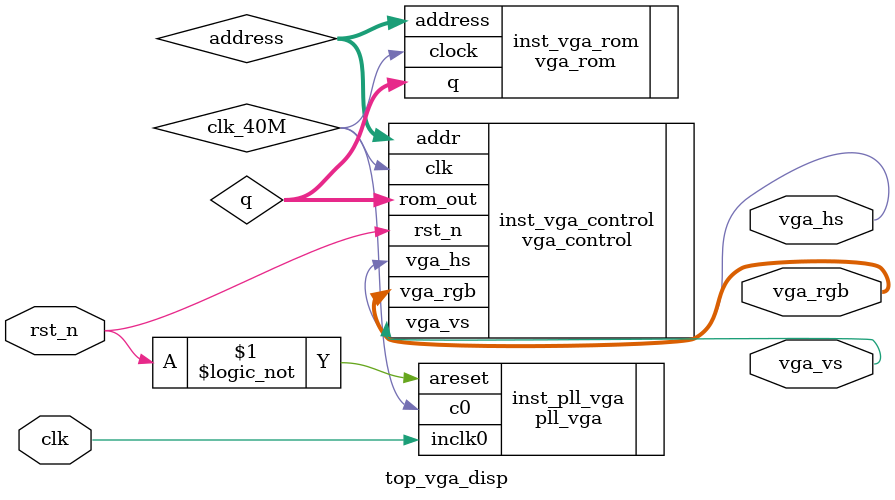
<source format=v>
module top_vga_disp (
	input clk,    // Clock
	input rst_n,  // Asynchronous reset active low
	output vga_hs,
	output vga_vs,
	output [7:0]vga_rgb
	// output [15:0] address
	
);
	wire clk_40M;
	wire [15:0] address;
	wire [7:0]q;

	pll_vga inst_pll_vga (
		.areset(!rst_n), 
		.inclk0(clk), 
		.c0(clk_40M));

		vga_control inst_vga_control (
			.clk     (clk_40M),
			.rst_n   (rst_n),
			.rom_out (q),
			.vga_hs  (vga_hs),
			.vga_vs  (vga_vs),
			.addr    (address),
			.vga_rgb (vga_rgb)
		);


	vga_rom inst_vga_rom (
		.address(address), 
		.clock(clk_40M),
		.q(q)
		);

endmodule
</source>
